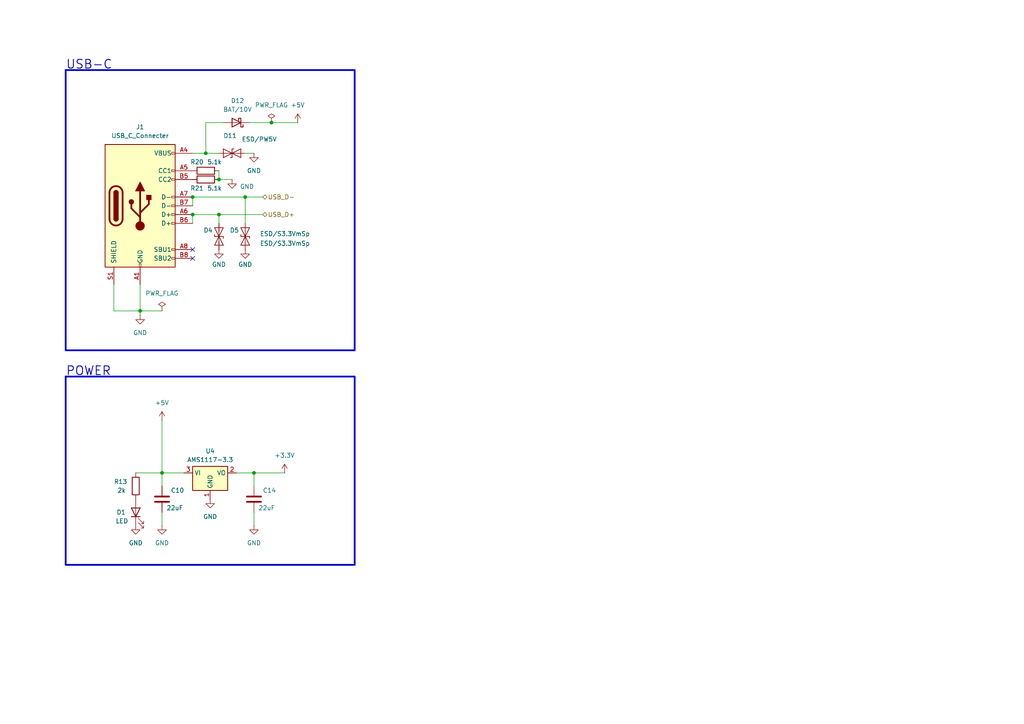
<source format=kicad_sch>
(kicad_sch (version 20250114) (generator "eeschema") (generator_version "9.0")
  (paper "A4")
  (lib_symbols
    (symbol "+3.3V_1" (power) (pin_numbers (hide yes)) (pin_names (offset 0) (hide yes))
      (property "Value" "+3.3V" (at 0 3.556 0))
      (symbol "+3.3V_1_0_1"
        (polyline (pts (xy -0.762 1.27) (xy 0 2.54)))
        (polyline (pts (xy 0 2.54) (xy 0.762 1.27)))
        (polyline (pts (xy 0 0) (xy 0 2.54)))
      )
      (symbol "+3.3V_1_1_1"
        (pin power_in line (at 0 0 90) (length 0) (name "~") (number "1"))
      )
    )
    (symbol "+5V_1" (power) (pin_numbers (hide yes)) (pin_names (offset 0) (hide yes))
      (property "Value" "+5V" (at 0 3.556 0))
      (symbol "+5V_1_0_1"
        (polyline (pts (xy -0.762 1.27) (xy 0 2.54)))
        (polyline (pts (xy 0 2.54) (xy 0.762 1.27)))
        (polyline (pts (xy 0 0) (xy 0 2.54)))
      )
      (symbol "+5V_1_1_1"
        (pin power_in line (at 0 0 90) (length 0) (name "~") (number "1"))
      )
    )
    (symbol "Connector:USB_C_Receptacle_USB2.0_16P" (pin_names (offset 1.016))
      (property "Reference" "J" (at 0 22.225 0))
      (property "Value" "USB_C_Receptacle_USB2.0_16P" (at 0 19.685 0))
      (symbol "USB_C_Receptacle_USB2.0_16P_0_0"
        (rectangle (start -0.254 -17.78) (end 0.254 -16.764))
        (rectangle (start 10.16 15.494) (end 9.144 14.986))
        (rectangle (start 10.16 10.414) (end 9.144 9.906))
        (rectangle (start 10.16 7.874) (end 9.144 7.366))
        (rectangle (start 10.16 2.794) (end 9.144 2.286))
        (rectangle (start 10.16 0.254) (end 9.144 -0.254))
        (rectangle (start 10.16 -2.286) (end 9.144 -2.794))
        (rectangle (start 10.16 -4.826) (end 9.144 -5.334))
        (rectangle (start 10.16 -12.446) (end 9.144 -12.954))
        (rectangle (start 10.16 -14.986) (end 9.144 -15.494))
      )
      (symbol "USB_C_Receptacle_USB2.0_16P_0_1"
        (rectangle (start -10.16 17.78) (end 10.16 -17.78) (stroke (width 0.254)) (fill (type background)))
        (polyline (pts (xy -8.89 -3.81) (xy -8.89 3.81)) (stroke (width 0.508)))
        (rectangle (start -7.62 -3.81) (end -6.35 3.81) (stroke (width 0.254)) (fill (type outline)))
        (arc (start -7.62 3.81) (mid -6.985 4.4423) (end -6.35 3.81) (stroke (width 0.254)))
        (arc (start -7.62 3.81) (mid -6.985 4.4423) (end -6.35 3.81) (stroke (width 0.254)) (fill (type outline)))
        (arc (start -8.89 3.81) (mid -6.985 5.7067) (end -5.08 3.81) (stroke (width 0.508)))
        (arc (start -5.08 -3.81) (mid -6.985 -5.7067) (end -8.89 -3.81) (stroke (width 0.508)))
        (arc (start -6.35 -3.81) (mid -6.985 -4.4423) (end -7.62 -3.81) (stroke (width 0.254)))
        (arc (start -6.35 -3.81) (mid -6.985 -4.4423) (end -7.62 -3.81) (stroke (width 0.254)) (fill (type outline)))
        (polyline (pts (xy -5.08 3.81) (xy -5.08 -3.81)) (stroke (width 0.508)))
        (circle (center -2.54 1.143) (radius 0.635) (stroke (width 0.254)) (fill (type outline)))
        (polyline (pts (xy -1.27 4.318) (xy 0 6.858) (xy 1.27 4.318) (xy -1.27 4.318)) (stroke (width 0.254)) (fill (type outline)))
        (polyline (pts (xy 0 -2.032) (xy 2.54 0.508) (xy 2.54 1.778)) (stroke (width 0.508)))
        (polyline (pts (xy 0 -3.302) (xy -2.54 -0.762) (xy -2.54 0.508)) (stroke (width 0.508)))
        (polyline (pts (xy 0 -5.842) (xy 0 4.318)) (stroke (width 0.508)))
        (circle (center 0 -5.842) (radius 1.27) (fill (type outline)))
        (rectangle (start 1.905 1.778) (end 3.175 3.048) (stroke (width 0.254)) (fill (type outline)))
      )
      (symbol "USB_C_Receptacle_USB2.0_16P_1_1"
        (pin passive line (at -7.62 -22.86 90) (length 5.08) (name "SHIELD") (number "S1"))
        (pin passive line (at 0 -22.86 90) (length 5.08) (name "GND") (number "A1"))
        (pin passive line (at 0 -22.86 90) (length 5.08) (hide yes) (name "GND") (number "A12"))
        (pin passive line (at 0 -22.86 90) (length 5.08) (hide yes) (name "GND") (number "B1"))
        (pin passive line (at 0 -22.86 90) (length 5.08) (hide yes) (name "GND") (number "B12"))
        (pin passive line (at 15.24 15.24 180) (length 5.08) (name "VBUS") (number "A4"))
        (pin passive line (at 15.24 15.24 180) (length 5.08) (hide yes) (name "VBUS") (number "A9"))
        (pin passive line (at 15.24 15.24 180) (length 5.08) (hide yes) (name "VBUS") (number "B4"))
        (pin passive line (at 15.24 15.24 180) (length 5.08) (hide yes) (name "VBUS") (number "B9"))
        (pin bidirectional line (at 15.24 10.16 180) (length 5.08) (name "CC1") (number "A5"))
        (pin bidirectional line (at 15.24 7.62 180) (length 5.08) (name "CC2") (number "B5"))
        (pin bidirectional line (at 15.24 2.54 180) (length 5.08) (name "D-") (number "A7"))
        (pin bidirectional line (at 15.24 0 180) (length 5.08) (name "D-") (number "B7"))
        (pin bidirectional line (at 15.24 -2.54 180) (length 5.08) (name "D+") (number "A6"))
        (pin bidirectional line (at 15.24 -5.08 180) (length 5.08) (name "D+") (number "B6"))
        (pin bidirectional line (at 15.24 -12.7 180) (length 5.08) (name "SBU1") (number "A8"))
        (pin bidirectional line (at 15.24 -15.24 180) (length 5.08) (name "SBU2") (number "B8"))
      )
    )
    (symbol "Device:C" (pin_numbers (hide yes)) (pin_names (offset 0.254))
      (property "Reference" "C" (at 0.635 2.54 0))
      (property "Value" "C" (at 0.635 -2.54 0))
      (symbol "C_0_1"
        (polyline (pts (xy -2.032 0.762) (xy 2.032 0.762)) (stroke (width 0.508)))
        (polyline (pts (xy -2.032 -0.762) (xy 2.032 -0.762)) (stroke (width 0.508)))
      )
      (symbol "C_1_1"
        (pin passive line (at 0 3.81 270) (length 2.794) (name "~") (number "1"))
        (pin passive line (at 0 -3.81 90) (length 2.794) (name "~") (number "2"))
      )
    )
    (symbol "Device:D_Schottky" (pin_numbers (hide yes)) (pin_names (offset 1.016) (hide yes))
      (property "Reference" "D" (at 0 2.54 0))
      (property "Value" "D_Schottky" (at 0 -2.54 0))
      (symbol "D_Schottky_0_1"
        (polyline (pts (xy -1.905 0.635) (xy -1.905 1.27) (xy -1.27 1.27) (xy -1.27 -1.27) (xy -0.635 -1.27) (xy -0.635 -0.635)) (stroke (width 0.254)))
        (polyline (pts (xy 1.27 1.27) (xy 1.27 -1.27) (xy -1.27 0) (xy 1.27 1.27)) (stroke (width 0.254)))
        (polyline (pts (xy 1.27 0) (xy -1.27 0)))
      )
      (symbol "D_Schottky_1_1"
        (pin passive line (at -3.81 0 0) (length 2.54) (name "K") (number "1"))
        (pin passive line (at 3.81 0 180) (length 2.54) (name "A") (number "2"))
      )
    )
    (symbol "Device:R" (pin_numbers (hide yes)) (pin_names (offset 0))
      (property "Reference" "R" (at 2.032 0 90))
      (property "Value" "R" (at 0 0 90))
      (symbol "R_0_1"
        (rectangle (start -1.016 -2.54) (end 1.016 2.54) (stroke (width 0.254)))
      )
      (symbol "R_1_1"
        (pin passive line (at 0 3.81 270) (length 1.27) (name "~") (number "1"))
        (pin passive line (at 0 -3.81 90) (length 1.27) (name "~") (number "2"))
      )
    )
    (symbol "Diode:ESD9B5.0ST5G" (pin_numbers (hide yes)) (pin_names (offset 1.016) (hide yes))
      (property "Reference" "D" (at 0 2.54 0))
      (property "Value" "ESD9B5.0ST5G" (at 0 -2.54 0))
      (symbol "ESD9B5.0ST5G_0_1"
        (polyline (pts (xy -2.54 -1.27) (xy 0 0) (xy -2.54 1.27) (xy -2.54 -1.27)) (stroke (width 0.2032)))
        (polyline (pts (xy 0.508 1.27) (xy 0 1.27) (xy 0 -1.27) (xy -0.508 -1.27)) (stroke (width 0.2032)))
        (polyline (pts (xy 1.27 0) (xy -1.27 0)))
        (polyline (pts (xy 2.54 1.27) (xy 2.54 -1.27) (xy 0 0) (xy 2.54 1.27)) (stroke (width 0.2032)))
      )
      (symbol "ESD9B5.0ST5G_1_1"
        (pin passive line (at -3.81 0 0) (length 2.54) (name "A1") (number "1"))
        (pin passive line (at 3.81 0 180) (length 2.54) (name "A2") (number "2"))
      )
    )
    (symbol "GND_1" (power) (pin_numbers (hide yes)) (pin_names (offset 0) (hide yes))
      (property "Value" "GND" (at 0 -3.81 0))
      (symbol "GND_1_0_1"
        (polyline (pts (xy 0 0) (xy 0 -1.27) (xy 1.27 -1.27) (xy 0 -2.54) (xy -1.27 -1.27) (xy 0 -1.27)))
      )
      (symbol "GND_1_1_1"
        (pin power_in line (at 0 0 270) (length 0) (name "~") (number "1"))
      )
    )
    (symbol "LED_1" (pin_numbers (hide yes)) (pin_names (offset 1.016) (hide yes))
      (property "Reference" "D" (at 0 2.54 0))
      (property "Value" "LED" (at 0 -2.54 0))
      (symbol "LED_1_0_1"
        (polyline (pts (xy -3.048 -0.762) (xy -4.572 -2.286) (xy -3.81 -2.286) (xy -4.572 -2.286) (xy -4.572 -1.524)))
        (polyline (pts (xy -1.778 -0.762) (xy -3.302 -2.286) (xy -2.54 -2.286) (xy -3.302 -2.286) (xy -3.302 -1.524)))
        (polyline (pts (xy -1.27 0) (xy 1.27 0)))
        (polyline (pts (xy -1.27 -1.27) (xy -1.27 1.27)) (stroke (width 0.254)))
        (polyline (pts (xy 1.27 -1.27) (xy 1.27 1.27) (xy -1.27 0) (xy 1.27 -1.27)) (stroke (width 0.254)))
      )
      (symbol "LED_1_1_1"
        (pin passive line (at -3.81 0 0) (length 2.54) (name "K") (number "1"))
        (pin passive line (at 3.81 0 180) (length 2.54) (name "A") (number "2"))
      )
    )
    (symbol "Regulator_Linear:AMS1117-3.3"
      (property "Reference" "U" (at -3.81 3.175 0))
      (property "Value" "AMS1117-3.3" (at 0 3.175 0))
      (symbol "AMS1117-3.3_0_1"
        (rectangle (start -5.08 -5.08) (end 5.08 1.905) (stroke (width 0.254)) (fill (type background)))
      )
      (symbol "AMS1117-3.3_1_1"
        (pin power_in line (at -7.62 0 0) (length 2.54) (name "VI") (number "3"))
        (pin power_in line (at 0 -7.62 90) (length 2.54) (name "GND") (number "1"))
        (pin power_out line (at 7.62 0 180) (length 2.54) (name "VO") (number "2"))
      )
    )
    (symbol "power:PWR_FLAG" (power) (pin_numbers (hide yes)) (pin_names (offset 0) (hide yes))
      (property "Value" "PWR_FLAG" (at 0 3.81 0))
      (symbol "PWR_FLAG_0_0"
        (pin power_out line (at 0 0 90) (length 0) (name "pwr") (number "1"))
      )
      (symbol "PWR_FLAG_0_1"
        (polyline (pts (xy 0 0) (xy 0 1.27) (xy -1.016 1.905) (xy 0 2.54) (xy 1.016 1.905) (xy 0 1.27)))
      )
    )
  )
  (rectangle (start 19.05 109.22) (end 102.87 163.83) (stroke (width 0.508)))
  (rectangle (start 19.05 20.32) (end 102.87 101.6) (stroke (width 0.508)))
  (text "USB-C" (at 19.05 20.32 0) (effects (font (size 2.54 2.54) (thickness 0.254) (bold yes)) (justify left bottom)))
  (text "POWER" (at 19.05 109.22 0) (effects (font (size 2.54 2.54) (thickness 0.254) (bold yes)) (justify left bottom)))
  (junction (at 73.66 137.16))
  (junction (at 59.69 44.45))
  (junction (at 55.88 57.15))
  (junction (at 46.99 137.16))
  (junction (at 71.12 57.15))
  (junction (at 78.74 35.56))
  (junction (at 40.64 90.17))
  (junction (at 63.5 62.23))
  (junction (at 63.5 52.07))
  (junction (at 55.88 62.23))
  (no_connect (at 55.88 72.39))
  (no_connect (at 55.88 74.93))
  (wire (pts (xy 71.12 57.15) (xy 71.12 64.77)))
  (wire (pts (xy 73.66 137.16) (xy 82.55 137.16)))
  (wire (pts (xy 78.74 35.56) (xy 86.36 35.56)))
  (wire (pts (xy 68.58 137.16) (xy 73.66 137.16)))
  (wire (pts (xy 40.64 91.44) (xy 40.64 90.17)))
  (wire (pts (xy 46.99 121.92) (xy 46.99 137.16)))
  (wire (pts (xy 55.88 57.15) (xy 55.88 59.69)))
  (wire (pts (xy 59.69 35.56) (xy 64.77 35.56)))
  (wire (pts (xy 33.02 82.55) (xy 33.02 90.17)))
  (wire (pts (xy 63.5 52.07) (xy 67.31 52.07)))
  (wire (pts (xy 63.5 44.45) (xy 59.69 44.45)))
  (wire (pts (xy 40.64 82.55) (xy 40.64 90.17)))
  (wire (pts (xy 55.88 57.15) (xy 71.12 57.15)))
  (wire (pts (xy 46.99 137.16) (xy 53.34 137.16)))
  (wire (pts (xy 46.99 137.16) (xy 46.99 140.97)))
  (wire (pts (xy 40.64 90.17) (xy 46.99 90.17)))
  (wire (pts (xy 55.88 62.23) (xy 55.88 64.77)))
  (wire (pts (xy 71.12 44.45) (xy 73.66 44.45)))
  (wire (pts (xy 39.37 137.16) (xy 46.99 137.16)))
  (wire (pts (xy 59.69 35.56) (xy 59.69 44.45)))
  (wire (pts (xy 63.5 49.53) (xy 63.5 52.07)))
  (wire (pts (xy 46.99 148.59) (xy 46.99 152.4)))
  (wire (pts (xy 33.02 90.17) (xy 40.64 90.17)))
  (wire (pts (xy 73.66 148.59) (xy 73.66 152.4)))
  (wire (pts (xy 73.66 137.16) (xy 73.66 140.97)))
  (wire (pts (xy 59.69 44.45) (xy 55.88 44.45)))
  (wire (pts (xy 63.5 62.23) (xy 76.2 62.23)))
  (wire (pts (xy 71.12 57.15) (xy 76.2 57.15)))
  (wire (pts (xy 55.88 62.23) (xy 63.5 62.23)))
  (wire (pts (xy 63.5 64.77) (xy 63.5 62.23)))
  (wire (pts (xy 78.74 35.56) (xy 72.39 35.56)))
  (hierarchical_label "USB_D-" (shape bidirectional) (at 76.2 57.15 0))
  (hierarchical_label "USB_D+" (shape bidirectional) (at 76.2 62.23 0))
  (symbol (lib_name "GND_1") (lib_id "power:GND") (at 73.66 44.45 0) (unit 1)
    (property "Reference" "#PWR014" (effects (hide yes)))
    (property "Value" "GND" (at 73.66 49.53 0))
    (property "Description" "Power symbol creates a global label with name \"GND\" , ground" (effects (hide yes)))
  )
  (symbol (lib_name "GND_1") (lib_id "power:GND") (at 40.64 91.44 0) (unit 1)
    (property "Reference" "#PWR013" (effects (hide yes)))
    (property "Value" "GND" (at 40.64 96.52 0))
    (property "Description" "Power symbol creates a global label with name \"GND\" , ground" (effects (hide yes)))
  )
  (symbol (lib_name "+5V_1") (lib_id "power:+5V") (at 86.36 35.56 0) (unit 1)
    (property "Reference" "#PWR016" (effects (hide yes)))
    (property "Value" "+5V" (at 86.36 30.48 0))
    (property "Description" "Power symbol creates a global label with name \"+5V\"" (effects (hide yes)))
  )
  (symbol (lib_id "Diode:ESD9B5.0ST5G") (at 63.5 68.58 90) (unit 1)
    (property "Reference" "D4" (at 61.722 66.802 90) (effects (justify left)))
    (property "Value" "ESD/S3.3VmSp" (at 89.916 67.818 90) (effects (justify left)))
    (property "Footprint" "EASYEDA:DFN1006-2L_L1.0-W0.6-P0.60-BI" (effects (hide yes)))
    (property "Datasheet" "https://www.onsemi.com/pub/Collateral/ESD9B-D.PDF" (effects (hide yes)))
    (property "LCSC" "C20617909" (effects (hide yes)))
  )
  (symbol (lib_id "Regulator_Linear:AMS1117-3.3") (at 60.96 137.16 0) (unit 1)
    (property "Reference" "U4" (at 60.96 130.81 0))
    (property "Value" "AMS1117-3.3" (at 60.96 133.35 0))
    (property "Footprint" "Package_TO_SOT_SMD:SOT-223-3_TabPin2" (effects (hide yes)))
    (property "Datasheet" "http://www.advanced-monolithic.com/pdf/ds1117.pdf" (effects (hide yes)))
    (property "LCSC" "C6186" (effects (hide yes)))
  )
  (symbol (lib_name "GND_1") (lib_id "power:GND") (at 71.12 72.39 0) (unit 1)
    (property "Reference" "#PWR0102" (effects (hide yes)))
    (property "Value" "GND" (at 71.12 76.708 0))
    (property "Description" "Power symbol creates a global label with name \"GND\" , ground" (effects (hide yes)))
  )
  (symbol (lib_name "GND_1") (lib_id "power:GND") (at 63.5 72.39 0) (unit 1)
    (property "Reference" "#PWR0101" (effects (hide yes)))
    (property "Value" "GND" (at 63.5 76.708 0))
    (property "Description" "Power symbol creates a global label with name \"GND\" , ground" (effects (hide yes)))
  )
  (symbol (lib_id "Device:R") (at 39.37 140.97 0) (unit 1)
    (property "Reference" "R13" (at 33.02 139.7 0) (effects (justify left)))
    (property "Value" "2k" (at 34.036 142.24 0) (effects (justify left)))
    (property "Footprint" "Resistor_SMD:R_0402_1005Metric" (effects (hide yes)))
    (property "LCSC" "C4109" (effects (hide yes)))
  )
  (symbol (lib_name "GND_1") (lib_id "power:GND") (at 60.96 144.78 0) (unit 1)
    (property "Reference" "#PWR010" (effects (hide yes)))
    (property "Value" "GND" (at 60.96 149.86 0))
    (property "Description" "Power symbol creates a global label with name \"GND\" , ground" (effects (hide yes)))
  )
  (symbol (lib_id "Diode:ESD9B5.0ST5G") (at 67.31 44.45 0) (unit 1)
    (property "Reference" "D11" (at 64.77 39.37 0) (effects (justify left)))
    (property "Value" "ESD/PW5V" (at 70.104 40.386 0) (effects (justify left)))
    (property "Footprint" "Diode_SMD:D_SOD-323" (effects (hide yes)))
    (property "Datasheet" "https://www.onsemi.com/pub/Collateral/ESD9B-D.PDF" (effects (hide yes)))
    (property "LCSC" "C20615807" (effects (hide yes)))
  )
  (symbol (lib_id "Device:R") (at 59.69 49.53 90) (unit 1)
    (property "Reference" "R20" (at 57.15 46.99 90))
    (property "Value" "5.1k" (at 62.23 46.99 90))
    (property "Footprint" "Resistor_SMD:R_0402_1005Metric" (effects (hide yes)))
    (property "LCSC" "C25905" (effects (hide yes)))
  )
  (symbol (lib_name "+3.3V_1") (lib_id "power:+3.3V") (at 82.55 137.16 0) (unit 1)
    (property "Reference" "#PWR08" (effects (hide yes)))
    (property "Value" "+3.3V" (at 82.55 132.08 0))
    (property "Description" "Power symbol creates a global label with name \"+3.3V\"" (effects (hide yes)))
  )
  (symbol (lib_name "GND_1") (lib_id "power:GND") (at 39.37 152.4 0) (unit 1)
    (property "Reference" "#PWR011" (effects (hide yes)))
    (property "Value" "GND" (at 39.37 157.48 0))
    (property "Description" "Power symbol creates a global label with name \"GND\" , ground" (effects (hide yes)))
  )
  (symbol (lib_id "Device:C") (at 46.99 144.78 0) (unit 1)
    (property "Reference" "C10" (at 49.53 142.24 0) (effects (justify left)))
    (property "Value" "22uF" (at 48.26 147.32 0) (effects (justify left)))
    (property "Footprint" "Capacitor_SMD:C_0805_2012Metric" (effects (hide yes)))
    (property "LCSC" "C45783" (effects (hide yes)))
  )
  (symbol (lib_name "GND_1") (lib_id "power:GND") (at 73.66 152.4 0) (unit 1)
    (property "Reference" "#PWR09" (effects (hide yes)))
    (property "Value" "GND" (at 73.66 157.48 0))
    (property "Description" "Power symbol creates a global label with name \"GND\" , ground" (effects (hide yes)))
  )
  (symbol (lib_name "LED_1") (lib_id "Device:LED") (at 39.37 148.59 90) (unit 1)
    (property "Reference" "D1" (at 33.782 148.59 90) (effects (justify right)))
    (property "Value" "LED" (at 33.528 151.13 90) (effects (justify right)))
    (property "Footprint" "LED_SMD:LED_0603_1608Metric" (effects (hide yes)))
    (property "Description" "Light emitting diode" (effects (hide yes)))
    (property "Sim.Pins" "1=K 2=A" (effects (hide yes)))
    (property "LCSC" "C2286" (effects (hide yes)))
  )
  (symbol (lib_id "Diode:ESD9B5.0ST5G") (at 71.12 68.58 90) (unit 1)
    (property "Reference" "D5" (at 69.342 66.802 90) (effects (justify left)))
    (property "Value" "ESD/S3.3VmSp" (at 89.916 70.612 90) (effects (justify left)))
    (property "Footprint" "EASYEDA:DFN1006-2L_L1.0-W0.6-P0.60-BI" (effects (hide yes)))
    (property "Datasheet" "https://www.onsemi.com/pub/Collateral/ESD9B-D.PDF" (effects (hide yes)))
    (property "LCSC" "C20617909" (effects (hide yes)))
  )
  (symbol (lib_id "Device:C") (at 73.66 144.78 0) (unit 1)
    (property "Reference" "C14" (at 76.2 142.24 0) (effects (justify left)))
    (property "Value" "22uF" (at 74.93 147.32 0) (effects (justify left)))
    (property "Footprint" "Capacitor_SMD:C_0805_2012Metric" (effects (hide yes)))
    (property "LCSC" "C45783" (effects (hide yes)))
  )
  (symbol (lib_id "Connector:USB_C_Receptacle_USB2.0_16P") (at 40.64 59.69 0) (unit 1)
    (property "Reference" "J1" (at 40.64 36.83 0))
    (property "Value" "USB_C_Connecter" (at 40.64 39.37 0))
    (property "Footprint" "yamaneko:usbc_reflow" (effects (hide yes)))
    (property "Datasheet" "https://www.usb.org/sites/default/files/documents/usb_type-c.zip" (effects (hide yes)))
    (property "Description" "USB 2.0-only 16P Type-C Receptacle connector" (effects (hide yes)))
    (property "LCSC" "XXX" (effects (hide yes)))
  )
  (symbol (lib_id "Device:R") (at 59.69 52.07 90) (unit 1)
    (property "Reference" "R21" (at 57.15 54.61 90))
    (property "Value" "5.1k" (at 62.23 54.61 90))
    (property "Footprint" "Resistor_SMD:R_0402_1005Metric" (effects (hide yes)))
    (property "LCSC" "C25905" (effects (hide yes)))
  )
  (symbol (lib_id "Device:D_Schottky") (at 68.58 35.56 180) (unit 1)
    (property "Reference" "D12" (at 68.8975 29.21 0))
    (property "Value" "BAT/10V" (at 68.8975 31.75 0))
    (property "Footprint" "Diode_SMD:D_SOD-323" (effects (hide yes)))
    (property "LCSC" "C7502695" (effects (hide yes)))
  )
  (symbol (lib_name "+5V_1") (lib_id "power:+5V") (at 46.99 121.92 0) (unit 1)
    (property "Reference" "#PWR017" (effects (hide yes)))
    (property "Value" "+5V" (at 46.99 116.84 0))
    (property "Description" "Power symbol creates a global label with name \"+5V\"" (effects (hide yes)))
  )
  (symbol (lib_id "power:PWR_FLAG") (at 46.99 90.17 0) (unit 1)
    (property "Reference" "#FLG03" (effects (hide yes)))
    (property "Value" "PWR_FLAG" (at 46.99 85.09 0))
  )
  (symbol (lib_id "power:PWR_FLAG") (at 78.74 35.56 0) (unit 1)
    (property "Reference" "#FLG05" (effects (hide yes)))
    (property "Value" "PWR_FLAG" (at 78.74 30.48 0))
  )
  (symbol (lib_name "GND_1") (lib_id "power:GND") (at 46.99 152.4 0) (unit 1)
    (property "Reference" "#PWR012" (effects (hide yes)))
    (property "Value" "GND" (at 46.99 157.48 0))
    (property "Description" "Power symbol creates a global label with name \"GND\" , ground" (effects (hide yes)))
  )
  (symbol (lib_name "GND_1") (lib_id "power:GND") (at 67.31 52.07 0) (unit 1)
    (property "Reference" "#PWR015" (effects (hide yes)))
    (property "Value" "GND" (at 71.628 54.102 0))
    (property "Description" "Power symbol creates a global label with name \"GND\" , ground" (effects (hide yes)))
  )
)
</source>
